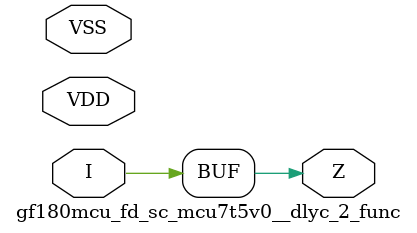
<source format=v>

module gf180mcu_fd_sc_mcu7t5v0__dlyc_2_func( I, Z, VDD, VSS );
input I;
inout VDD, VSS;
output Z;

	buf MGM_BG_0( Z, I );

endmodule

</source>
